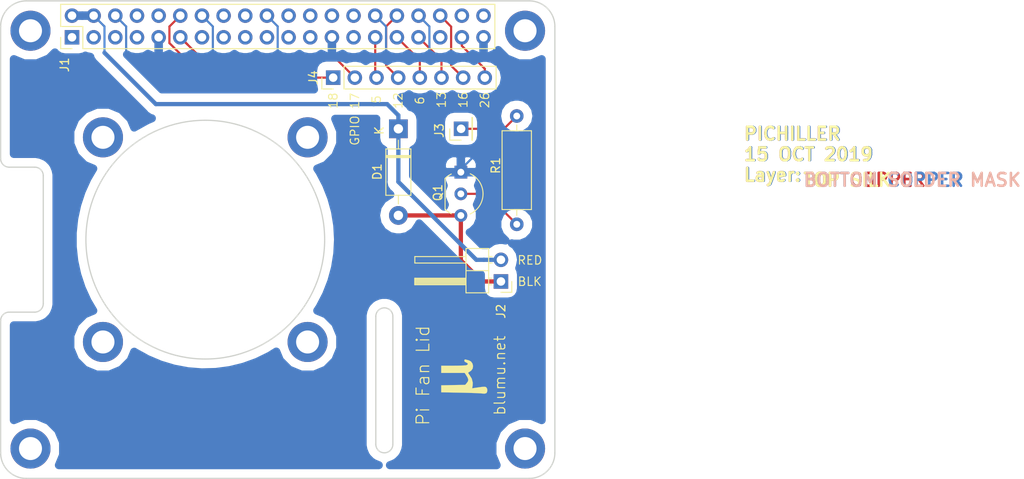
<source format=kicad_pcb>
(kicad_pcb (version 20171130) (host pcbnew "(5.0.2)-1")

  (general
    (thickness 1.6)
    (drawings 47)
    (tracks 97)
    (zones 0)
    (modules 16)
    (nets 36)
  )

  (page A4)
  (layers
    (0 F.Cu signal)
    (31 B.Cu signal)
    (32 B.Adhes user hide)
    (33 F.Adhes user hide)
    (34 B.Paste user hide)
    (35 F.Paste user hide)
    (36 B.SilkS user hide)
    (37 F.SilkS user)
    (38 B.Mask user)
    (39 F.Mask user)
    (40 Dwgs.User user hide)
    (41 Cmts.User user hide)
    (42 Eco1.User user hide)
    (43 Eco2.User user hide)
    (44 Edge.Cuts user)
    (45 Margin user hide)
    (46 B.CrtYd user hide)
    (47 F.CrtYd user hide)
    (48 B.Fab user hide)
    (49 F.Fab user hide)
  )

  (setup
    (last_trace_width 0.25)
    (trace_clearance 0.2)
    (zone_clearance 1)
    (zone_45_only no)
    (trace_min 0.2)
    (segment_width 0.2)
    (edge_width 0.15)
    (via_size 0.8)
    (via_drill 0.4)
    (via_min_size 0.4)
    (via_min_drill 0.3)
    (uvia_size 0.3)
    (uvia_drill 0.1)
    (uvias_allowed no)
    (uvia_min_size 0.2)
    (uvia_min_drill 0.1)
    (pcb_text_width 0.3)
    (pcb_text_size 1.5 1.5)
    (mod_edge_width 0.15)
    (mod_text_size 1 1)
    (mod_text_width 0.15)
    (pad_size 1.7 1.7)
    (pad_drill 1)
    (pad_to_mask_clearance 0.051)
    (solder_mask_min_width 0.25)
    (aux_axis_origin 0 0)
    (visible_elements 7EFFFF7F)
    (pcbplotparams
      (layerselection 0x010e0_ffffffff)
      (usegerberextensions true)
      (usegerberattributes false)
      (usegerberadvancedattributes false)
      (creategerberjobfile false)
      (excludeedgelayer true)
      (linewidth 0.100000)
      (plotframeref false)
      (viasonmask false)
      (mode 1)
      (useauxorigin false)
      (hpglpennumber 1)
      (hpglpenspeed 20)
      (hpglpendiameter 15.000000)
      (psnegative false)
      (psa4output false)
      (plotreference true)
      (plotvalue false)
      (plotinvisibletext false)
      (padsonsilk false)
      (subtractmaskfromsilk false)
      (outputformat 1)
      (mirror false)
      (drillshape 0)
      (scaleselection 1)
      (outputdirectory ""))
  )

  (net 0 "")
  (net 1 5V)
  (net 2 "Net-(J1-Pad1)")
  (net 3 "Net-(J1-Pad3)")
  (net 4 "Net-(J1-Pad5)")
  (net 5 GND)
  (net 6 "Net-(J1-Pad7)")
  (net 7 "Net-(J1-Pad8)")
  (net 8 "Net-(J1-Pad10)")
  (net 9 "Net-(J1-Pad13)")
  (net 10 "Net-(J1-Pad15)")
  (net 11 "Net-(J1-Pad16)")
  (net 12 "Net-(J1-Pad17)")
  (net 13 "Net-(J1-Pad18)")
  (net 14 "Net-(J1-Pad19)")
  (net 15 "Net-(J1-Pad21)")
  (net 16 "Net-(J1-Pad22)")
  (net 17 "Net-(J1-Pad23)")
  (net 18 "Net-(J1-Pad24)")
  (net 19 "Net-(J1-Pad26)")
  (net 20 "Net-(J1-Pad27)")
  (net 21 "Net-(J1-Pad28)")
  (net 22 "Net-(J1-Pad35)")
  (net 23 "Net-(J1-Pad38)")
  (net 24 "Net-(J1-Pad40)")
  (net 25 "Net-(Q1-Pad2)")
  (net 26 "Net-(J3-Pad1)")
  (net 27 /PWM)
  (net 28 /GPIO5)
  (net 29 /GPIO6)
  (net 30 /GPIO12)
  (net 31 /GPIO13)
  (net 32 /GPIO16)
  (net 33 /GPIO26)
  (net 34 /GPIO17)
  (net 35 /GPIO18)

  (net_class Default "This is the default net class."
    (clearance 0.2)
    (trace_width 0.25)
    (via_dia 0.8)
    (via_drill 0.4)
    (uvia_dia 0.3)
    (uvia_drill 0.1)
    (add_net /GPIO12)
    (add_net /GPIO13)
    (add_net /GPIO16)
    (add_net /GPIO17)
    (add_net /GPIO18)
    (add_net /GPIO26)
    (add_net /GPIO5)
    (add_net /GPIO6)
    (add_net /PWM)
    (add_net 5V)
    (add_net GND)
    (add_net "Net-(J1-Pad1)")
    (add_net "Net-(J1-Pad10)")
    (add_net "Net-(J1-Pad13)")
    (add_net "Net-(J1-Pad15)")
    (add_net "Net-(J1-Pad16)")
    (add_net "Net-(J1-Pad17)")
    (add_net "Net-(J1-Pad18)")
    (add_net "Net-(J1-Pad19)")
    (add_net "Net-(J1-Pad21)")
    (add_net "Net-(J1-Pad22)")
    (add_net "Net-(J1-Pad23)")
    (add_net "Net-(J1-Pad24)")
    (add_net "Net-(J1-Pad26)")
    (add_net "Net-(J1-Pad27)")
    (add_net "Net-(J1-Pad28)")
    (add_net "Net-(J1-Pad3)")
    (add_net "Net-(J1-Pad35)")
    (add_net "Net-(J1-Pad38)")
    (add_net "Net-(J1-Pad40)")
    (add_net "Net-(J1-Pad5)")
    (add_net "Net-(J1-Pad7)")
    (add_net "Net-(J1-Pad8)")
    (add_net "Net-(J3-Pad1)")
    (add_net "Net-(Q1-Pad2)")
  )

  (net_class pwr ""
    (clearance 0.2)
    (trace_width 0.5)
    (via_dia 0.8)
    (via_drill 0.4)
    (uvia_dia 0.3)
    (uvia_drill 0.1)
  )

  (module Package_TO_SOT_THT:TO-92_Inline_Wide (layer F.Cu) (tedit 5A02FF81) (tstamp 5DA5F0CA)
    (at 53.97246 20.08886 270)
    (descr "TO-92 leads in-line, wide, drill 0.75mm (see NXP sot054_po.pdf)")
    (tags "to-92 sc-43 sc-43a sot54 PA33 transistor")
    (path /5D699255)
    (fp_text reference Q1 (at 2.39522 2.68986 270) (layer F.SilkS)
      (effects (font (size 1 1) (thickness 0.15)))
    )
    (fp_text value PN2222A (at 2.54 2.79 270) (layer F.Fab)
      (effects (font (size 1 1) (thickness 0.15)))
    )
    (fp_text user %R (at 2.54 -3.56 270) (layer F.Fab)
      (effects (font (size 1 1) (thickness 0.15)))
    )
    (fp_line (start 0.74 1.85) (end 4.34 1.85) (layer F.SilkS) (width 0.12))
    (fp_line (start 0.8 1.75) (end 4.3 1.75) (layer F.Fab) (width 0.1))
    (fp_line (start -1.01 -2.73) (end 6.09 -2.73) (layer F.CrtYd) (width 0.05))
    (fp_line (start -1.01 -2.73) (end -1.01 2.01) (layer F.CrtYd) (width 0.05))
    (fp_line (start 6.09 2.01) (end 6.09 -2.73) (layer F.CrtYd) (width 0.05))
    (fp_line (start 6.09 2.01) (end -1.01 2.01) (layer F.CrtYd) (width 0.05))
    (fp_arc (start 2.54 0) (end 0.74 1.85) (angle 20) (layer F.SilkS) (width 0.12))
    (fp_arc (start 2.54 0) (end 2.54 -2.6) (angle -65) (layer F.SilkS) (width 0.12))
    (fp_arc (start 2.54 0) (end 2.54 -2.6) (angle 65) (layer F.SilkS) (width 0.12))
    (fp_arc (start 2.54 0) (end 2.54 -2.48) (angle 135) (layer F.Fab) (width 0.1))
    (fp_arc (start 2.54 0) (end 2.54 -2.48) (angle -135) (layer F.Fab) (width 0.1))
    (fp_arc (start 2.54 0) (end 4.34 1.85) (angle -20) (layer F.SilkS) (width 0.12))
    (pad 2 thru_hole circle (at 2.54 0) (size 1.5 1.5) (drill 0.8) (layers *.Cu *.Mask)
      (net 25 "Net-(Q1-Pad2)"))
    (pad 3 thru_hole circle (at 5.08 0) (size 1.5 1.5) (drill 0.8) (layers *.Cu *.Mask)
      (net 27 /PWM))
    (pad 1 thru_hole rect (at 0 0) (size 1.5 1.5) (drill 0.8) (layers *.Cu *.Mask)
      (net 5 GND))
    (model ${KISYS3DMOD}/Package_TO_SOT_THT.3dshapes/TO-92_Inline_Wide.wrl
      (at (xyz 0 0 0))
      (scale (xyz 1 1 1))
      (rotate (xyz 0 0 0))
    )
  )

  (module MountingHole:MountingHole_2.7mm_M2.5_DIN965_Pad (layer F.Cu) (tedit 5DA4ED68) (tstamp 5DA4F425)
    (at 36 40)
    (descr "Mounting Hole 2.7mm, M2.5, DIN965")
    (tags "mounting hole 2.7mm m2.5 din965")
    (path /5D9C7C2A)
    (attr virtual)
    (fp_text reference H8 (at 0 -3.35) (layer F.SilkS) hide
      (effects (font (size 1 1) (thickness 0.15)))
    )
    (fp_text value MountingHole (at 0 3.35) (layer F.Fab)
      (effects (font (size 1 1) (thickness 0.15)))
    )
    (fp_circle (center 0 0) (end 2.6 0) (layer F.CrtYd) (width 0.05))
    (fp_circle (center 0 0) (end 2.35 0) (layer Cmts.User) (width 0.15))
    (fp_text user %R (at 0.3 0) (layer F.Fab)
      (effects (font (size 1 1) (thickness 0.15)))
    )
    (pad 1 thru_hole circle (at 0 0) (size 4.7 4.7) (drill 2.7) (layers *.Cu *.Mask))
  )

  (module MountingHole:MountingHole_2.7mm_M2.5_DIN965_Pad (layer F.Cu) (tedit 5DA4ED58) (tstamp 5DA4F41E)
    (at 12 40)
    (descr "Mounting Hole 2.7mm, M2.5, DIN965")
    (tags "mounting hole 2.7mm m2.5 din965")
    (path /5D9C7BCE)
    (attr virtual)
    (fp_text reference H7 (at 0 -3.35) (layer F.SilkS) hide
      (effects (font (size 1 1) (thickness 0.15)))
    )
    (fp_text value MountingHole (at 0 3.35) (layer F.Fab)
      (effects (font (size 1 1) (thickness 0.15)))
    )
    (fp_text user %R (at 0.3 0) (layer F.Fab)
      (effects (font (size 1 1) (thickness 0.15)))
    )
    (fp_circle (center 0 0) (end 2.35 0) (layer Cmts.User) (width 0.15))
    (fp_circle (center 0 0) (end 2.6 0) (layer F.CrtYd) (width 0.05))
    (pad 1 thru_hole circle (at 0 0) (size 4.7 4.7) (drill 2.7) (layers *.Cu *.Mask))
  )

  (module MountingHole:MountingHole_2.7mm_M2.5_DIN965_Pad (layer F.Cu) (tedit 5DA4ED61) (tstamp 5DA4F417)
    (at 36 16)
    (descr "Mounting Hole 2.7mm, M2.5, DIN965")
    (tags "mounting hole 2.7mm m2.5 din965")
    (path /5D9C7B7F)
    (attr virtual)
    (fp_text reference H6 (at 0 -3.35) (layer F.SilkS) hide
      (effects (font (size 1 1) (thickness 0.15)))
    )
    (fp_text value MountingHole (at 0 3.35) (layer F.Fab)
      (effects (font (size 1 1) (thickness 0.15)))
    )
    (fp_circle (center 0 0) (end 2.6 0) (layer F.CrtYd) (width 0.05))
    (fp_circle (center 0 0) (end 2.35 0) (layer Cmts.User) (width 0.15))
    (fp_text user %R (at 0.3 0) (layer F.Fab)
      (effects (font (size 1 1) (thickness 0.15)))
    )
    (pad 1 thru_hole circle (at 0 0) (size 4.7 4.7) (drill 2.7) (layers *.Cu *.Mask))
  )

  (module MountingHole:MountingHole_2.7mm_M2.5_DIN965_Pad (layer F.Cu) (tedit 5DA4ED2B) (tstamp 5DA4F410)
    (at 12 16)
    (descr "Mounting Hole 2.7mm, M2.5, DIN965")
    (tags "mounting hole 2.7mm m2.5 din965")
    (path /5D9C7B2B)
    (attr virtual)
    (fp_text reference H5 (at 0 -3.35) (layer F.SilkS) hide
      (effects (font (size 1 1) (thickness 0.15)))
    )
    (fp_text value MountingHole (at 0 3.35) (layer F.Fab)
      (effects (font (size 1 1) (thickness 0.15)))
    )
    (fp_text user %R (at 0.3 0) (layer F.Fab)
      (effects (font (size 1 1) (thickness 0.15)))
    )
    (fp_circle (center 0 0) (end 2.35 0) (layer Cmts.User) (width 0.15))
    (fp_circle (center 0 0) (end 2.6 0) (layer F.CrtYd) (width 0.05))
    (pad 1 thru_hole circle (at 0 0) (size 4.7 4.7) (drill 2.7) (layers *.Cu *.Mask))
  )

  (module MountingHole:MountingHole_2.7mm_M2.5_DIN965_Pad (layer F.Cu) (tedit 5DA4ED6F) (tstamp 5DA4F409)
    (at 61.5 52.5)
    (descr "Mounting Hole 2.7mm, M2.5, DIN965")
    (tags "mounting hole 2.7mm m2.5 din965")
    (path /5D9C7AB9)
    (attr virtual)
    (fp_text reference H4 (at 0 -3.35) (layer F.SilkS) hide
      (effects (font (size 1 1) (thickness 0.15)))
    )
    (fp_text value MountingHole (at 0 3.35) (layer F.Fab)
      (effects (font (size 1 1) (thickness 0.15)))
    )
    (fp_circle (center 0 0) (end 2.6 0) (layer F.CrtYd) (width 0.05))
    (fp_circle (center 0 0) (end 2.35 0) (layer Cmts.User) (width 0.15))
    (fp_text user %R (at 0.3 0) (layer F.Fab)
      (effects (font (size 1 1) (thickness 0.15)))
    )
    (pad 1 thru_hole circle (at 0 0) (size 4.7 4.7) (drill 2.7) (layers *.Cu *.Mask))
  )

  (module MountingHole:MountingHole_2.7mm_M2.5_DIN965_Pad (layer F.Cu) (tedit 5DA4ED4D) (tstamp 5DA4F402)
    (at 3.5 52.5)
    (descr "Mounting Hole 2.7mm, M2.5, DIN965")
    (tags "mounting hole 2.7mm m2.5 din965")
    (path /5D9C7A63)
    (attr virtual)
    (fp_text reference H3 (at 0 -3.35) (layer F.SilkS) hide
      (effects (font (size 1 1) (thickness 0.15)))
    )
    (fp_text value MountingHole (at 0 3.35) (layer F.Fab)
      (effects (font (size 1 1) (thickness 0.15)))
    )
    (fp_text user %R (at 0.3 0) (layer F.Fab)
      (effects (font (size 1 1) (thickness 0.15)))
    )
    (fp_circle (center 0 0) (end 2.35 0) (layer Cmts.User) (width 0.15))
    (fp_circle (center 0 0) (end 2.6 0) (layer F.CrtYd) (width 0.05))
    (pad 1 thru_hole circle (at 0 0) (size 4.7 4.7) (drill 2.7) (layers *.Cu *.Mask))
  )

  (module MountingHole:MountingHole_2.7mm_M2.5_DIN965_Pad (layer F.Cu) (tedit 5DA4ED78) (tstamp 5DA4F3FB)
    (at 61.5 3.5)
    (descr "Mounting Hole 2.7mm, M2.5, DIN965")
    (tags "mounting hole 2.7mm m2.5 din965")
    (path /5D9C7A06)
    (attr virtual)
    (fp_text reference H2 (at 0 -3.35) (layer F.SilkS) hide
      (effects (font (size 1 1) (thickness 0.15)))
    )
    (fp_text value MountingHole (at 0 3.35) (layer F.Fab)
      (effects (font (size 1 1) (thickness 0.15)))
    )
    (fp_circle (center 0 0) (end 2.6 0) (layer F.CrtYd) (width 0.05))
    (fp_circle (center 0 0) (end 2.35 0) (layer Cmts.User) (width 0.15))
    (fp_text user %R (at 0.3 0) (layer F.Fab)
      (effects (font (size 1 1) (thickness 0.15)))
    )
    (pad 1 thru_hole circle (at 0 0) (size 4.7 4.7) (drill 2.7) (layers *.Cu *.Mask))
  )

  (module MountingHole:MountingHole_2.7mm_M2.5_DIN965_Pad (layer F.Cu) (tedit 5DA4ED42) (tstamp 5DA4F3F4)
    (at 3.5 3.5)
    (descr "Mounting Hole 2.7mm, M2.5, DIN965")
    (tags "mounting hole 2.7mm m2.5 din965")
    (path /5D9C7958)
    (attr virtual)
    (fp_text reference H1 (at 0 -3.35) (layer F.SilkS) hide
      (effects (font (size 1 1) (thickness 0.15)))
    )
    (fp_text value MountingHole (at 0 3.35) (layer F.Fab)
      (effects (font (size 1 1) (thickness 0.15)))
    )
    (fp_text user %R (at 0.3 0) (layer F.Fab)
      (effects (font (size 1 1) (thickness 0.15)))
    )
    (fp_circle (center 0 0) (end 2.35 0) (layer Cmts.User) (width 0.15))
    (fp_circle (center 0 0) (end 2.6 0) (layer F.CrtYd) (width 0.05))
    (pad 1 thru_hole circle (at 0 0) (size 4.7 4.7) (drill 2.7) (layers *.Cu *.Mask))
  )

  (module Connector_PinHeader_2.54mm:PinHeader_1x02_P2.54mm_Horizontal (layer F.Cu) (tedit 59FED5CB) (tstamp 5D9A04D5)
    (at 58.674 32.9057 180)
    (descr "Through hole angled pin header, 1x02, 2.54mm pitch, 6mm pin length, single row")
    (tags "Through hole angled pin header THT 1x02 2.54mm single row")
    (path /5D699371)
    (fp_text reference J2 (at 0 -3.5 270) (layer F.SilkS)
      (effects (font (size 1 1) (thickness 0.15)))
    )
    (fp_text value Conn_01x02 (at 4.385 4.81 180) (layer F.Fab)
      (effects (font (size 1 1) (thickness 0.15)))
    )
    (fp_line (start 2.135 -1.27) (end 4.04 -1.27) (layer F.Fab) (width 0.1))
    (fp_line (start 4.04 -1.27) (end 4.04 3.81) (layer F.Fab) (width 0.1))
    (fp_line (start 4.04 3.81) (end 1.5 3.81) (layer F.Fab) (width 0.1))
    (fp_line (start 1.5 3.81) (end 1.5 -0.635) (layer F.Fab) (width 0.1))
    (fp_line (start 1.5 -0.635) (end 2.135 -1.27) (layer F.Fab) (width 0.1))
    (fp_line (start -0.32 -0.32) (end 1.5 -0.32) (layer F.Fab) (width 0.1))
    (fp_line (start -0.32 -0.32) (end -0.32 0.32) (layer F.Fab) (width 0.1))
    (fp_line (start -0.32 0.32) (end 1.5 0.32) (layer F.Fab) (width 0.1))
    (fp_line (start 4.04 -0.32) (end 10.04 -0.32) (layer F.Fab) (width 0.1))
    (fp_line (start 10.04 -0.32) (end 10.04 0.32) (layer F.Fab) (width 0.1))
    (fp_line (start 4.04 0.32) (end 10.04 0.32) (layer F.Fab) (width 0.1))
    (fp_line (start -0.32 2.22) (end 1.5 2.22) (layer F.Fab) (width 0.1))
    (fp_line (start -0.32 2.22) (end -0.32 2.86) (layer F.Fab) (width 0.1))
    (fp_line (start -0.32 2.86) (end 1.5 2.86) (layer F.Fab) (width 0.1))
    (fp_line (start 4.04 2.22) (end 10.04 2.22) (layer F.Fab) (width 0.1))
    (fp_line (start 10.04 2.22) (end 10.04 2.86) (layer F.Fab) (width 0.1))
    (fp_line (start 4.04 2.86) (end 10.04 2.86) (layer F.Fab) (width 0.1))
    (fp_line (start 1.44 -1.33) (end 1.44 3.87) (layer F.SilkS) (width 0.12))
    (fp_line (start 1.44 3.87) (end 4.1 3.87) (layer F.SilkS) (width 0.12))
    (fp_line (start 4.1 3.87) (end 4.1 -1.33) (layer F.SilkS) (width 0.12))
    (fp_line (start 4.1 -1.33) (end 1.44 -1.33) (layer F.SilkS) (width 0.12))
    (fp_line (start 4.1 -0.38) (end 10.1 -0.38) (layer F.SilkS) (width 0.12))
    (fp_line (start 10.1 -0.38) (end 10.1 0.38) (layer F.SilkS) (width 0.12))
    (fp_line (start 10.1 0.38) (end 4.1 0.38) (layer F.SilkS) (width 0.12))
    (fp_line (start 4.1 -0.32) (end 10.1 -0.32) (layer F.SilkS) (width 0.12))
    (fp_line (start 4.1 -0.2) (end 10.1 -0.2) (layer F.SilkS) (width 0.12))
    (fp_line (start 4.1 -0.08) (end 10.1 -0.08) (layer F.SilkS) (width 0.12))
    (fp_line (start 4.1 0.04) (end 10.1 0.04) (layer F.SilkS) (width 0.12))
    (fp_line (start 4.1 0.16) (end 10.1 0.16) (layer F.SilkS) (width 0.12))
    (fp_line (start 4.1 0.28) (end 10.1 0.28) (layer F.SilkS) (width 0.12))
    (fp_line (start 1.11 -0.38) (end 1.44 -0.38) (layer F.SilkS) (width 0.12))
    (fp_line (start 1.11 0.38) (end 1.44 0.38) (layer F.SilkS) (width 0.12))
    (fp_line (start 1.44 1.27) (end 4.1 1.27) (layer F.SilkS) (width 0.12))
    (fp_line (start 4.1 2.16) (end 10.1 2.16) (layer F.SilkS) (width 0.12))
    (fp_line (start 10.1 2.16) (end 10.1 2.92) (layer F.SilkS) (width 0.12))
    (fp_line (start 10.1 2.92) (end 4.1 2.92) (layer F.SilkS) (width 0.12))
    (fp_line (start 1.042929 2.16) (end 1.44 2.16) (layer F.SilkS) (width 0.12))
    (fp_line (start 1.042929 2.92) (end 1.44 2.92) (layer F.SilkS) (width 0.12))
    (fp_line (start -1.27 0) (end -1.27 -1.27) (layer F.SilkS) (width 0.12))
    (fp_line (start -1.27 -1.27) (end 0 -1.27) (layer F.SilkS) (width 0.12))
    (fp_line (start -1.8 -1.8) (end -1.8 4.35) (layer F.CrtYd) (width 0.05))
    (fp_line (start -1.8 4.35) (end 10.55 4.35) (layer F.CrtYd) (width 0.05))
    (fp_line (start 10.55 4.35) (end 10.55 -1.8) (layer F.CrtYd) (width 0.05))
    (fp_line (start 10.55 -1.8) (end -1.8 -1.8) (layer F.CrtYd) (width 0.05))
    (fp_text user %R (at 2.77 1.27 270) (layer F.Fab)
      (effects (font (size 1 1) (thickness 0.15)))
    )
    (pad 1 thru_hole rect (at 0 0 180) (size 1.7 1.7) (drill 1) (layers *.Cu *.Mask)
      (net 27 /PWM))
    (pad 2 thru_hole oval (at 0 2.54 180) (size 1.7 1.7) (drill 1) (layers *.Cu *.Mask)
      (net 1 5V))
    (model ${KISYS3DMOD}/Connector_PinHeader_2.54mm.3dshapes/PinHeader_1x02_P2.54mm_Horizontal.wrl
      (at (xyz 0 0 0))
      (scale (xyz 1 1 1))
      (rotate (xyz 0 0 0))
    )
  )

  (module Connector_PinHeader_2.54mm:PinHeader_1x08_P2.54mm_Vertical (layer F.Cu) (tedit 5DA51EE9) (tstamp 5D99FC6B)
    (at 39 9 90)
    (descr "Through hole straight pin header, 1x08, 2.54mm pitch, single row")
    (tags "Through hole pin header THT 1x08 2.54mm single row")
    (path /5D993697)
    (fp_text reference J4 (at 0 -2.33 90) (layer F.SilkS)
      (effects (font (size 1 1) (thickness 0.15)))
    )
    (fp_text value Conn_01x08 (at 0 20.11 90) (layer F.Fab)
      (effects (font (size 1 1) (thickness 0.15)))
    )
    (fp_line (start -0.635 -1.27) (end 1.27 -1.27) (layer F.Fab) (width 0.1))
    (fp_line (start 1.27 -1.27) (end 1.27 19.05) (layer F.Fab) (width 0.1))
    (fp_line (start 1.27 19.05) (end -1.27 19.05) (layer F.Fab) (width 0.1))
    (fp_line (start -1.27 19.05) (end -1.27 -0.635) (layer F.Fab) (width 0.1))
    (fp_line (start -1.27 -0.635) (end -0.635 -1.27) (layer F.Fab) (width 0.1))
    (fp_line (start -1.33 19.11) (end 1.33 19.11) (layer F.SilkS) (width 0.12))
    (fp_line (start -1.33 1.27) (end -1.33 19.11) (layer F.SilkS) (width 0.12))
    (fp_line (start 1.33 1.27) (end 1.33 19.11) (layer F.SilkS) (width 0.12))
    (fp_line (start -1.33 1.27) (end 1.33 1.27) (layer F.SilkS) (width 0.12))
    (fp_line (start -1.33 0) (end -1.33 -1.33) (layer F.SilkS) (width 0.12))
    (fp_line (start -1.33 -1.33) (end 0 -1.33) (layer F.SilkS) (width 0.12))
    (fp_line (start -1.8 -1.8) (end -1.8 19.55) (layer F.CrtYd) (width 0.05))
    (fp_line (start -1.8 19.55) (end 1.8 19.55) (layer F.CrtYd) (width 0.05))
    (fp_line (start 1.8 19.55) (end 1.8 -1.8) (layer F.CrtYd) (width 0.05))
    (fp_line (start 1.8 -1.8) (end -1.8 -1.8) (layer F.CrtYd) (width 0.05))
    (fp_text user %R (at 0 8.89 180) (layer F.Fab)
      (effects (font (size 1 1) (thickness 0.15)))
    )
    (pad 1 thru_hole rect (at 0 0 90) (size 1.7 1.7) (drill 1) (layers *.Cu *.Mask)
      (net 35 /GPIO18))
    (pad 2 thru_hole oval (at 0 2.54 90) (size 1.7 1.7) (drill 1) (layers *.Cu *.Mask)
      (net 34 /GPIO17))
    (pad 3 thru_hole oval (at 0 5.08 90) (size 1.7 1.7) (drill 1) (layers *.Cu *.Mask)
      (net 28 /GPIO5))
    (pad 4 thru_hole oval (at 0 7.62 90) (size 1.7 1.7) (drill 1) (layers *.Cu *.Mask)
      (net 30 /GPIO12))
    (pad 5 thru_hole oval (at 0 10.16 90) (size 1.7 1.7) (drill 1) (layers *.Cu *.Mask)
      (net 29 /GPIO6))
    (pad 6 thru_hole oval (at 0 12.7 90) (size 1.7 1.7) (drill 1) (layers *.Cu *.Mask)
      (net 31 /GPIO13))
    (pad 7 thru_hole oval (at 0 15.24 90) (size 1.7 1.7) (drill 1) (layers *.Cu *.Mask)
      (net 32 /GPIO16))
    (pad 8 thru_hole oval (at 0 17.78 90) (size 1.7 1.7) (drill 1) (layers *.Cu *.Mask)
      (net 33 /GPIO26))
    (model ${KISYS3DMOD}/Connector_PinHeader_2.54mm.3dshapes/PinHeader_1x08_P2.54mm_Vertical.wrl
      (at (xyz 0 0 0))
      (scale (xyz 1 1 1))
      (rotate (xyz 0 0 0))
    )
  )

  (module Connector_PinHeader_2.54mm:PinHeader_1x01_P2.54mm_Vertical (layer F.Cu) (tedit 59FED5CC) (tstamp 5D999524)
    (at 54 15 90)
    (descr "Through hole straight pin header, 1x01, 2.54mm pitch, single row")
    (tags "Through hole pin header THT 1x01 2.54mm single row")
    (path /5D76BE43)
    (fp_text reference J3 (at -0.20952 -2.55992 90) (layer F.SilkS)
      (effects (font (size 1 1) (thickness 0.15)))
    )
    (fp_text value Conn_01x01 (at 0 2.33 90) (layer F.Fab)
      (effects (font (size 1 1) (thickness 0.15)))
    )
    (fp_line (start -0.635 -1.27) (end 1.27 -1.27) (layer F.Fab) (width 0.1))
    (fp_line (start 1.27 -1.27) (end 1.27 1.27) (layer F.Fab) (width 0.1))
    (fp_line (start 1.27 1.27) (end -1.27 1.27) (layer F.Fab) (width 0.1))
    (fp_line (start -1.27 1.27) (end -1.27 -0.635) (layer F.Fab) (width 0.1))
    (fp_line (start -1.27 -0.635) (end -0.635 -1.27) (layer F.Fab) (width 0.1))
    (fp_line (start -1.33 1.33) (end 1.33 1.33) (layer F.SilkS) (width 0.12))
    (fp_line (start -1.33 1.27) (end -1.33 1.33) (layer F.SilkS) (width 0.12))
    (fp_line (start 1.33 1.27) (end 1.33 1.33) (layer F.SilkS) (width 0.12))
    (fp_line (start -1.33 1.27) (end 1.33 1.27) (layer F.SilkS) (width 0.12))
    (fp_line (start -1.33 0) (end -1.33 -1.33) (layer F.SilkS) (width 0.12))
    (fp_line (start -1.33 -1.33) (end 0 -1.33) (layer F.SilkS) (width 0.12))
    (fp_line (start -1.8 -1.8) (end -1.8 1.8) (layer F.CrtYd) (width 0.05))
    (fp_line (start -1.8 1.8) (end 1.8 1.8) (layer F.CrtYd) (width 0.05))
    (fp_line (start 1.8 1.8) (end 1.8 -1.8) (layer F.CrtYd) (width 0.05))
    (fp_line (start 1.8 -1.8) (end -1.8 -1.8) (layer F.CrtYd) (width 0.05))
    (fp_text user %R (at 0 0 180) (layer F.Fab)
      (effects (font (size 1 1) (thickness 0.15)))
    )
    (pad 1 thru_hole rect (at 0 0 90) (size 1.7 1.7) (drill 1) (layers *.Cu *.Mask)
      (net 26 "Net-(J3-Pad1)"))
    (model ${KISYS3DMOD}/Connector_PinHeader_2.54mm.3dshapes/PinHeader_1x01_P2.54mm_Vertical.wrl
      (at (xyz 0 0 0))
      (scale (xyz 1 1 1))
      (rotate (xyz 0 0 0))
    )
  )

  (module Resistor_THT:R_Axial_DIN0309_L9.0mm_D3.2mm_P12.70mm_Horizontal (layer F.Cu) (tedit 5AE5139B) (tstamp 5D9993C7)
    (at 60.5282 26.2001 90)
    (descr "Resistor, Axial_DIN0309 series, Axial, Horizontal, pin pitch=12.7mm, 0.5W = 1/2W, length*diameter=9*3.2mm^2, http://cdn-reichelt.de/documents/datenblatt/B400/1_4W%23YAG.pdf")
    (tags "Resistor Axial_DIN0309 series Axial Horizontal pin pitch 12.7mm 0.5W = 1/2W length 9mm diameter 3.2mm")
    (path /5D961F21)
    (fp_text reference R1 (at 6.89102 -2.46634 90) (layer F.SilkS)
      (effects (font (size 1 1) (thickness 0.15)))
    )
    (fp_text value 1k (at 6.35 2.72 90) (layer F.Fab)
      (effects (font (size 1 1) (thickness 0.15)))
    )
    (fp_line (start 1.85 -1.6) (end 1.85 1.6) (layer F.Fab) (width 0.1))
    (fp_line (start 1.85 1.6) (end 10.85 1.6) (layer F.Fab) (width 0.1))
    (fp_line (start 10.85 1.6) (end 10.85 -1.6) (layer F.Fab) (width 0.1))
    (fp_line (start 10.85 -1.6) (end 1.85 -1.6) (layer F.Fab) (width 0.1))
    (fp_line (start 0 0) (end 1.85 0) (layer F.Fab) (width 0.1))
    (fp_line (start 12.7 0) (end 10.85 0) (layer F.Fab) (width 0.1))
    (fp_line (start 1.73 -1.72) (end 1.73 1.72) (layer F.SilkS) (width 0.12))
    (fp_line (start 1.73 1.72) (end 10.97 1.72) (layer F.SilkS) (width 0.12))
    (fp_line (start 10.97 1.72) (end 10.97 -1.72) (layer F.SilkS) (width 0.12))
    (fp_line (start 10.97 -1.72) (end 1.73 -1.72) (layer F.SilkS) (width 0.12))
    (fp_line (start 1.04 0) (end 1.73 0) (layer F.SilkS) (width 0.12))
    (fp_line (start 11.66 0) (end 10.97 0) (layer F.SilkS) (width 0.12))
    (fp_line (start -1.05 -1.85) (end -1.05 1.85) (layer F.CrtYd) (width 0.05))
    (fp_line (start -1.05 1.85) (end 13.75 1.85) (layer F.CrtYd) (width 0.05))
    (fp_line (start 13.75 1.85) (end 13.75 -1.85) (layer F.CrtYd) (width 0.05))
    (fp_line (start 13.75 -1.85) (end -1.05 -1.85) (layer F.CrtYd) (width 0.05))
    (fp_text user %R (at 6.35 0 90) (layer F.Fab)
      (effects (font (size 1 1) (thickness 0.15)))
    )
    (pad 1 thru_hole circle (at 0 0 90) (size 1.6 1.6) (drill 0.8) (layers *.Cu *.Mask)
      (net 25 "Net-(Q1-Pad2)"))
    (pad 2 thru_hole oval (at 12.7 0 90) (size 1.6 1.6) (drill 0.8) (layers *.Cu *.Mask)
      (net 26 "Net-(J3-Pad1)"))
    (model ${KISYS3DMOD}/Resistor_THT.3dshapes/R_Axial_DIN0309_L9.0mm_D3.2mm_P12.70mm_Horizontal.wrl
      (at (xyz 0 0 0))
      (scale (xyz 1 1 1))
      (rotate (xyz 0 0 0))
    )
  )

  (module Diode_THT:D_DO-41_SOD81_P10.16mm_Horizontal (layer F.Cu) (tedit 5AE50CD5) (tstamp 5D7646E3)
    (at 46.64456 14.9987 270)
    (descr "Diode, DO-41_SOD81 series, Axial, Horizontal, pin pitch=10.16mm, , length*diameter=5.2*2.7mm^2, , http://www.diodes.com/_files/packages/DO-41%20(Plastic).pdf")
    (tags "Diode DO-41_SOD81 series Axial Horizontal pin pitch 10.16mm  length 5.2mm diameter 2.7mm")
    (path /5D6992B4)
    (fp_text reference D1 (at 5.03936 2.47904 270) (layer F.SilkS)
      (effects (font (size 1 1) (thickness 0.15)))
    )
    (fp_text value 1N4001 (at 5.08 2.47 270) (layer F.Fab)
      (effects (font (size 1 1) (thickness 0.15)))
    )
    (fp_line (start 2.48 -1.35) (end 2.48 1.35) (layer F.Fab) (width 0.1))
    (fp_line (start 2.48 1.35) (end 7.68 1.35) (layer F.Fab) (width 0.1))
    (fp_line (start 7.68 1.35) (end 7.68 -1.35) (layer F.Fab) (width 0.1))
    (fp_line (start 7.68 -1.35) (end 2.48 -1.35) (layer F.Fab) (width 0.1))
    (fp_line (start 0 0) (end 2.48 0) (layer F.Fab) (width 0.1))
    (fp_line (start 10.16 0) (end 7.68 0) (layer F.Fab) (width 0.1))
    (fp_line (start 3.26 -1.35) (end 3.26 1.35) (layer F.Fab) (width 0.1))
    (fp_line (start 3.36 -1.35) (end 3.36 1.35) (layer F.Fab) (width 0.1))
    (fp_line (start 3.16 -1.35) (end 3.16 1.35) (layer F.Fab) (width 0.1))
    (fp_line (start 2.36 -1.47) (end 2.36 1.47) (layer F.SilkS) (width 0.12))
    (fp_line (start 2.36 1.47) (end 7.8 1.47) (layer F.SilkS) (width 0.12))
    (fp_line (start 7.8 1.47) (end 7.8 -1.47) (layer F.SilkS) (width 0.12))
    (fp_line (start 7.8 -1.47) (end 2.36 -1.47) (layer F.SilkS) (width 0.12))
    (fp_line (start 1.34 0) (end 2.36 0) (layer F.SilkS) (width 0.12))
    (fp_line (start 8.82 0) (end 7.8 0) (layer F.SilkS) (width 0.12))
    (fp_line (start 3.26 -1.47) (end 3.26 1.47) (layer F.SilkS) (width 0.12))
    (fp_line (start 3.38 -1.47) (end 3.38 1.47) (layer F.SilkS) (width 0.12))
    (fp_line (start 3.14 -1.47) (end 3.14 1.47) (layer F.SilkS) (width 0.12))
    (fp_line (start -1.35 -1.6) (end -1.35 1.6) (layer F.CrtYd) (width 0.05))
    (fp_line (start -1.35 1.6) (end 11.51 1.6) (layer F.CrtYd) (width 0.05))
    (fp_line (start 11.51 1.6) (end 11.51 -1.6) (layer F.CrtYd) (width 0.05))
    (fp_line (start 11.51 -1.6) (end -1.35 -1.6) (layer F.CrtYd) (width 0.05))
    (fp_text user %R (at 5.47 0 270) (layer F.Fab)
      (effects (font (size 1 1) (thickness 0.15)))
    )
    (fp_text user K (at 0 -2.1 270) (layer F.Fab)
      (effects (font (size 1 1) (thickness 0.15)))
    )
    (fp_text user K (at 0.21082 2.24282 270) (layer F.SilkS)
      (effects (font (size 1 1) (thickness 0.15)))
    )
    (pad 1 thru_hole rect (at 0 0 270) (size 2.2 2.2) (drill 1.1) (layers *.Cu *.Mask)
      (net 1 5V))
    (pad 2 thru_hole oval (at 10.16 0 270) (size 2.2 2.2) (drill 1.1) (layers *.Cu *.Mask)
      (net 27 /PWM))
    (model ${KISYS3DMOD}/Diode_THT.3dshapes/D_DO-41_SOD81_P10.16mm_Horizontal.wrl
      (at (xyz 0 0 0))
      (scale (xyz 1 1 1))
      (rotate (xyz 0 0 0))
    )
  )

  (module Connector_PinHeader_2.54mm:PinHeader_2x20_P2.54mm_Vertical (layer F.Cu) (tedit 59FED5CC) (tstamp 5D764721)
    (at 8.37 4.27 90)
    (descr "Through hole straight pin header, 2x20, 2.54mm pitch, double rows")
    (tags "Through hole pin header THT 2x20 2.54mm double row")
    (path /5D6991AD)
    (fp_text reference J1 (at -3.23 -0.87 90) (layer F.SilkS)
      (effects (font (size 1 1) (thickness 0.15)))
    )
    (fp_text value Conn_02x20_Odd_Even (at 1.27 50.59 90) (layer F.Fab)
      (effects (font (size 1 1) (thickness 0.15)))
    )
    (fp_line (start 0 -1.27) (end 3.81 -1.27) (layer F.Fab) (width 0.1))
    (fp_line (start 3.81 -1.27) (end 3.81 49.53) (layer F.Fab) (width 0.1))
    (fp_line (start 3.81 49.53) (end -1.27 49.53) (layer F.Fab) (width 0.1))
    (fp_line (start -1.27 49.53) (end -1.27 0) (layer F.Fab) (width 0.1))
    (fp_line (start -1.27 0) (end 0 -1.27) (layer F.Fab) (width 0.1))
    (fp_line (start -1.33 49.59) (end 3.87 49.59) (layer F.SilkS) (width 0.12))
    (fp_line (start -1.33 1.27) (end -1.33 49.59) (layer F.SilkS) (width 0.12))
    (fp_line (start 3.87 -1.33) (end 3.87 49.59) (layer F.SilkS) (width 0.12))
    (fp_line (start -1.33 1.27) (end 1.27 1.27) (layer F.SilkS) (width 0.12))
    (fp_line (start 1.27 1.27) (end 1.27 -1.33) (layer F.SilkS) (width 0.12))
    (fp_line (start 1.27 -1.33) (end 3.87 -1.33) (layer F.SilkS) (width 0.12))
    (fp_line (start -1.33 0) (end -1.33 -1.33) (layer F.SilkS) (width 0.12))
    (fp_line (start -1.33 -1.33) (end 0 -1.33) (layer F.SilkS) (width 0.12))
    (fp_line (start -1.8 -1.8) (end -1.8 50.05) (layer F.CrtYd) (width 0.05))
    (fp_line (start -1.8 50.05) (end 4.35 50.05) (layer F.CrtYd) (width 0.05))
    (fp_line (start 4.35 50.05) (end 4.35 -1.8) (layer F.CrtYd) (width 0.05))
    (fp_line (start 4.35 -1.8) (end -1.8 -1.8) (layer F.CrtYd) (width 0.05))
    (fp_text user %R (at 1.27 24.13 -180) (layer F.Fab)
      (effects (font (size 1 1) (thickness 0.15)))
    )
    (pad 1 thru_hole rect (at 0 0 90) (size 1.7 1.7) (drill 1) (layers *.Cu *.Mask)
      (net 2 "Net-(J1-Pad1)"))
    (pad 2 thru_hole oval (at 2.54 0 90) (size 1.7 1.7) (drill 1) (layers *.Cu *.Mask)
      (net 1 5V))
    (pad 3 thru_hole oval (at 0 2.54 90) (size 1.7 1.7) (drill 1) (layers *.Cu *.Mask)
      (net 3 "Net-(J1-Pad3)"))
    (pad 4 thru_hole oval (at 2.54 2.54 90) (size 1.7 1.7) (drill 1) (layers *.Cu *.Mask)
      (net 1 5V))
    (pad 5 thru_hole oval (at 0 5.08 90) (size 1.7 1.7) (drill 1) (layers *.Cu *.Mask)
      (net 4 "Net-(J1-Pad5)"))
    (pad 6 thru_hole oval (at 2.54 5.08 90) (size 1.7 1.7) (drill 1) (layers *.Cu *.Mask)
      (net 5 GND))
    (pad 7 thru_hole oval (at 0 7.62 90) (size 1.7 1.7) (drill 1) (layers *.Cu *.Mask)
      (net 6 "Net-(J1-Pad7)"))
    (pad 8 thru_hole oval (at 2.54 7.62 90) (size 1.7 1.7) (drill 1) (layers *.Cu *.Mask)
      (net 7 "Net-(J1-Pad8)"))
    (pad 9 thru_hole oval (at 0 10.16 90) (size 1.7 1.7) (drill 1) (layers *.Cu *.Mask)
      (net 5 GND))
    (pad 10 thru_hole oval (at 2.54 10.16 90) (size 1.7 1.7) (drill 1) (layers *.Cu *.Mask)
      (net 8 "Net-(J1-Pad10)"))
    (pad 11 thru_hole oval (at 0 12.7 90) (size 1.7 1.7) (drill 1) (layers *.Cu *.Mask)
      (net 34 /GPIO17))
    (pad 12 thru_hole oval (at 2.54 12.7 90) (size 1.7 1.7) (drill 1) (layers *.Cu *.Mask)
      (net 35 /GPIO18))
    (pad 13 thru_hole oval (at 0 15.24 90) (size 1.7 1.7) (drill 1) (layers *.Cu *.Mask)
      (net 9 "Net-(J1-Pad13)"))
    (pad 14 thru_hole oval (at 2.54 15.24 90) (size 1.7 1.7) (drill 1) (layers *.Cu *.Mask)
      (net 5 GND))
    (pad 15 thru_hole oval (at 0 17.78 90) (size 1.7 1.7) (drill 1) (layers *.Cu *.Mask)
      (net 10 "Net-(J1-Pad15)"))
    (pad 16 thru_hole oval (at 2.54 17.78 90) (size 1.7 1.7) (drill 1) (layers *.Cu *.Mask)
      (net 11 "Net-(J1-Pad16)"))
    (pad 17 thru_hole oval (at 0 20.32 90) (size 1.7 1.7) (drill 1) (layers *.Cu *.Mask)
      (net 12 "Net-(J1-Pad17)"))
    (pad 18 thru_hole oval (at 2.54 20.32 90) (size 1.7 1.7) (drill 1) (layers *.Cu *.Mask)
      (net 13 "Net-(J1-Pad18)"))
    (pad 19 thru_hole oval (at 0 22.86 90) (size 1.7 1.7) (drill 1) (layers *.Cu *.Mask)
      (net 14 "Net-(J1-Pad19)"))
    (pad 20 thru_hole oval (at 2.54 22.86 90) (size 1.7 1.7) (drill 1) (layers *.Cu *.Mask)
      (net 5 GND))
    (pad 21 thru_hole oval (at 0 25.4 90) (size 1.7 1.7) (drill 1) (layers *.Cu *.Mask)
      (net 15 "Net-(J1-Pad21)"))
    (pad 22 thru_hole oval (at 2.54 25.4 90) (size 1.7 1.7) (drill 1) (layers *.Cu *.Mask)
      (net 16 "Net-(J1-Pad22)"))
    (pad 23 thru_hole oval (at 0 27.94 90) (size 1.7 1.7) (drill 1) (layers *.Cu *.Mask)
      (net 17 "Net-(J1-Pad23)"))
    (pad 24 thru_hole oval (at 2.54 27.94 90) (size 1.7 1.7) (drill 1) (layers *.Cu *.Mask)
      (net 18 "Net-(J1-Pad24)"))
    (pad 25 thru_hole oval (at 0 30.48 90) (size 1.7 1.7) (drill 1) (layers *.Cu *.Mask)
      (net 5 GND))
    (pad 26 thru_hole oval (at 2.54 30.48 90) (size 1.7 1.7) (drill 1) (layers *.Cu *.Mask)
      (net 19 "Net-(J1-Pad26)"))
    (pad 27 thru_hole oval (at 0 33.02 90) (size 1.7 1.7) (drill 1) (layers *.Cu *.Mask)
      (net 20 "Net-(J1-Pad27)"))
    (pad 28 thru_hole oval (at 2.54 33.02 90) (size 1.7 1.7) (drill 1) (layers *.Cu *.Mask)
      (net 21 "Net-(J1-Pad28)"))
    (pad 29 thru_hole oval (at 0 35.56 90) (size 1.7 1.7) (drill 1) (layers *.Cu *.Mask)
      (net 28 /GPIO5))
    (pad 30 thru_hole oval (at 2.54 35.56 90) (size 1.7 1.7) (drill 1) (layers *.Cu *.Mask)
      (net 5 GND))
    (pad 31 thru_hole oval (at 0 38.1 90) (size 1.7 1.7) (drill 1) (layers *.Cu *.Mask)
      (net 29 /GPIO6))
    (pad 32 thru_hole oval (at 2.54 38.1 90) (size 1.7 1.7) (drill 1) (layers *.Cu *.Mask)
      (net 30 /GPIO12))
    (pad 33 thru_hole oval (at 0 40.64 90) (size 1.7 1.7) (drill 1) (layers *.Cu *.Mask)
      (net 31 /GPIO13))
    (pad 34 thru_hole oval (at 2.54 40.64 90) (size 1.7 1.7) (drill 1) (layers *.Cu *.Mask)
      (net 5 GND))
    (pad 35 thru_hole oval (at 0 43.18 90) (size 1.7 1.7) (drill 1) (layers *.Cu *.Mask)
      (net 22 "Net-(J1-Pad35)"))
    (pad 36 thru_hole oval (at 2.54 43.18 90) (size 1.7 1.7) (drill 1) (layers *.Cu *.Mask)
      (net 32 /GPIO16))
    (pad 37 thru_hole oval (at 0 45.72 90) (size 1.7 1.7) (drill 1) (layers *.Cu *.Mask)
      (net 33 /GPIO26))
    (pad 38 thru_hole oval (at 2.54 45.72 90) (size 1.7 1.7) (drill 1) (layers *.Cu *.Mask)
      (net 23 "Net-(J1-Pad38)"))
    (pad 39 thru_hole oval (at 0 48.26 90) (size 1.7 1.7) (drill 1) (layers *.Cu *.Mask)
      (net 5 GND))
    (pad 40 thru_hole oval (at 2.54 48.26 90) (size 1.7 1.7) (drill 1) (layers *.Cu *.Mask)
      (net 24 "Net-(J1-Pad40)"))
    (model ${KISYS3DMOD}/Connector_PinHeader_2.54mm.3dshapes/PinHeader_2x20_P2.54mm_Vertical.wrl
      (at (xyz 0 0 0))
      (scale (xyz 1 1 1))
      (rotate (xyz 0 0 0))
    )
  )

  (module kicad:mu (layer F.Cu) (tedit 0) (tstamp 5DA5F7EC)
    (at 54.12486 44.05376 90)
    (fp_text reference G*** (at 0 0 90) (layer F.SilkS) hide
      (effects (font (size 1.524 1.524) (thickness 0.3)))
    )
    (fp_text value LOGO (at 0.75 0 90) (layer F.SilkS) hide
      (effects (font (size 1.524 1.524) (thickness 0.3)))
    )
    (fp_poly (pts (xy -0.973666 0.353717) (xy -0.732539 0.560932) (xy -0.535002 0.691594) (xy -0.338563 0.715283)
      (xy -0.099416 0.627882) (xy 0.147588 0.478193) (xy 0.422176 0.296334) (xy 0.422755 -1.0795)
      (xy 0.423334 -2.455333) (xy 1.27 -2.455333) (xy 1.271156 -1.0795) (xy 1.274609 -0.6001)
      (xy 1.283393 -0.168882) (xy 1.29639 0.180607) (xy 1.312483 0.41482) (xy 1.323364 0.486834)
      (xy 1.414021 0.64739) (xy 1.530087 0.65582) (xy 1.628701 0.514957) (xy 1.643435 0.465667)
      (xy 1.748374 0.290062) (xy 1.869985 0.254) (xy 1.997733 0.29303) (xy 1.999393 0.402167)
      (xy 1.946355 0.596891) (xy 1.899347 0.785142) (xy 1.761666 1.041925) (xy 1.523718 1.210492)
      (xy 1.235405 1.279755) (xy 0.946626 1.238625) (xy 0.707281 1.076011) (xy 0.689118 1.054085)
      (xy 0.559769 0.872799) (xy 0.486085 0.738583) (xy 0.485877 0.737964) (xy 0.406635 0.717132)
      (xy 0.236546 0.82095) (xy 0.186055 0.861937) (xy -0.244315 1.128227) (xy -0.710421 1.24588)
      (xy -1.036214 1.234255) (xy -1.377725 1.179645) (xy -1.323212 1.542323) (xy -1.254962 2.010775)
      (xy -1.213859 2.341328) (xy -1.198679 2.563026) (xy -1.208198 2.70491) (xy -1.241193 2.79602)
      (xy -1.268752 2.83483) (xy -1.448542 2.938501) (xy -1.686168 2.954874) (xy -1.895484 2.883554)
      (xy -1.946011 2.837926) (xy -2.01094 2.632462) (xy -1.991326 2.351093) (xy -1.973843 2.168928)
      (xy -1.955263 1.844623) (xy -1.936627 1.405355) (xy -1.918975 0.878303) (xy -1.903346 0.290647)
      (xy -1.892489 -0.232833) (xy -1.852415 -2.455333) (xy -1.027396 -2.455333) (xy -0.973666 0.353717)) (layer F.SilkS) (width 0.01))
  )

  (gr_text "BOTTOM SOLDER MASK" (at 94 21) (layer B.Mask) (tstamp 5DB1B0D6)
    (effects (font (size 1.5 1.5) (thickness 0.3)) (justify left))
  )
  (gr_text "PICHILLER\n15 OCT 2019\nLayer:" (at 87 18) (layer Margin) (tstamp 5DB1AFD6)
    (effects (font (size 1.5 1.5) (thickness 0.3)) (justify left))
  )
  (gr_text "TOP COPPER" (at 94 21) (layer F.Cu) (tstamp 5DB1AFA7)
    (effects (font (size 1.5 1.5) (thickness 0.3)) (justify left))
  )
  (gr_text "BOTTOM COPPER" (at 94 21) (layer B.Cu) (tstamp 5DB1AFA7)
    (effects (font (size 1.5 1.5) (thickness 0.3)) (justify left))
  )
  (gr_text "TOP SILK" (at 94 21) (layer F.SilkS) (tstamp 5DB1AFA7)
    (effects (font (size 1.5 1.5) (thickness 0.3)) (justify left))
  )
  (gr_text "TOP SOLDER MASK" (at 94 21) (layer F.Mask) (tstamp 5DB1AFA7)
    (effects (font (size 1.5 1.5) (thickness 0.3)) (justify left))
  )
  (gr_text "BOTTOM SOLDER MASK" (at 94 21) (layer B.SilkS) (tstamp 5DB1AFA7)
    (effects (font (size 1.5 1.5) (thickness 0.3)) (justify left))
  )
  (gr_text "BOARD OUTLINE" (at 94 21) (layer Margin) (tstamp 5DB1AFA7)
    (effects (font (size 1.5 1.5) (thickness 0.3)) (justify left))
  )
  (gr_text "PICHILLER\n15 OCT 2019\nLayer:" (at 87 18) (layer F.SilkS) (tstamp 5DB1AF5F)
    (effects (font (size 1.5 1.5) (thickness 0.3)) (justify left))
  )
  (gr_text "PICHILLER\n15 OCT 2019\nLayer:" (at 87 18) (layer F.Mask) (tstamp 5DB1AF5F)
    (effects (font (size 1.5 1.5) (thickness 0.3)) (justify left))
  )
  (gr_text "PICHILLER\n15 OCT 2019\nLayer:" (at 87.10422 18) (layer B.Mask) (tstamp 5DB1AF5F)
    (effects (font (size 1.5 1.5) (thickness 0.3)) (justify left))
  )
  (gr_text "PICHILLER\n15 OCT 2019\nLayer:" (at 87 18) (layer Dwgs.User) (tstamp 5DB1AF5F)
    (effects (font (size 1.5 1.5) (thickness 0.3)) (justify left))
  )
  (gr_text "PICHILLER\n15 OCT 2019\nLayer:" (at 87.08136 18) (layer B.Cu) (tstamp 5DB1AF5F)
    (effects (font (size 1.5 1.5) (thickness 0.3)) (justify left))
  )
  (gr_text "PICHILLER\n15 OCT 2019\nLayer:" (at 87 18) (layer F.Cu)
    (effects (font (size 1.5 1.5) (thickness 0.3)) (justify left))
  )
  (gr_text "Pi Fan Lid" (at 49.52746 43.93184 90) (layer F.SilkS)
    (effects (font (size 1.5 1.5) (thickness 0.127)))
  )
  (gr_text blumu.net (at 58.54192 43.93184 90) (layer F.SilkS)
    (effects (font (size 1.27 1.27) (thickness 0.127)))
  )
  (gr_text BLK (at 62.04966 32.9184) (layer F.SilkS)
    (effects (font (size 1 1) (thickness 0.127)))
  )
  (gr_text RED (at 62.06744 30.41396) (layer F.SilkS)
    (effects (font (size 1 1) (thickness 0.127)))
  )
  (gr_text 26 (at 56.78 11.6332 90) (layer F.SilkS) (tstamp 5DA4F640)
    (effects (font (size 1 1) (thickness 0.127)))
  )
  (gr_text 16 (at 54.24 11.60526 90) (layer F.SilkS) (tstamp 5DA4F640)
    (effects (font (size 1 1) (thickness 0.127)))
  )
  (gr_text 13 (at 51.7 11.60526 90) (layer F.SilkS) (tstamp 5DA4F640)
    (effects (font (size 1 1) (thickness 0.127)))
  )
  (gr_text 6 (at 49.16 11.68654 90) (layer F.SilkS) (tstamp 5DA4F640)
    (effects (font (size 1 1) (thickness 0.127)))
  )
  (gr_text 12 (at 46.62 11.68908 90) (layer F.SilkS) (tstamp 5DA4F640)
    (effects (font (size 1 1) (thickness 0.127)))
  )
  (gr_text 5 (at 44.08 11.55446 90) (layer F.SilkS) (tstamp 5DA4F640)
    (effects (font (size 1 1) (thickness 0.127)))
  )
  (gr_text "GPIO 17" (at 41.54 13.87602 90) (layer F.SilkS)
    (effects (font (size 1 1) (thickness 0.127)))
  )
  (gr_text 18 (at 39 11.70686 90) (layer F.SilkS)
    (effects (font (size 1 1) (thickness 0.127)))
  )
  (gr_arc (start 45 52) (end 44 52) (angle -180) (layer Edge.Cuts) (width 0.15))
  (gr_arc (start 45 37) (end 46 37) (angle -180) (layer Edge.Cuts) (width 0.15))
  (gr_line (start 46 37) (end 46 52) (layer Edge.Cuts) (width 0.15))
  (gr_line (start 44 52) (end 44 37) (layer Edge.Cuts) (width 0.15))
  (gr_arc (start 4 35.5) (end 4 36.5) (angle -90) (layer Edge.Cuts) (width 0.15) (tstamp 5D766627))
  (gr_arc (start 1 37.5) (end 1 36.5) (angle -90) (layer Edge.Cuts) (width 0.15) (tstamp 5D766627))
  (gr_arc (start 4 20.5) (end 5 20.5) (angle -90) (layer Edge.Cuts) (width 0.15) (tstamp 5D766627))
  (gr_arc (start 1 18.5) (end 0 18.5) (angle -90) (layer Edge.Cuts) (width 0.15))
  (gr_line (start 1 36.5) (end 4 36.5) (layer Edge.Cuts) (width 0.15))
  (gr_line (start 5 20.5) (end 5 35.5) (layer Edge.Cuts) (width 0.15))
  (gr_line (start 1 19.5) (end 4 19.5) (layer Edge.Cuts) (width 0.15))
  (gr_line (start 0 3) (end 0 18.5) (layer Edge.Cuts) (width 0.15))
  (gr_circle (center 24 28) (end 10 28) (layer Edge.Cuts) (width 0.15))
  (gr_arc (start 62 3) (end 65 3) (angle -90) (layer Edge.Cuts) (width 0.15) (tstamp 5D764B80))
  (gr_arc (start 3 3) (end 3 0) (angle -90) (layer Edge.Cuts) (width 0.15) (tstamp 5D764B80))
  (gr_arc (start 62 53) (end 62 56) (angle -90) (layer Edge.Cuts) (width 0.15) (tstamp 5D764B80))
  (gr_arc (start 3 53) (end 0 53) (angle -90) (layer Edge.Cuts) (width 0.15) (tstamp 5D764B6B))
  (gr_line (start 3 0) (end 62 0) (layer Edge.Cuts) (width 0.15))
  (gr_line (start 0 53) (end 0 37.5) (layer Edge.Cuts) (width 0.15))
  (gr_line (start 62 56) (end 3 56) (layer Edge.Cuts) (width 0.15))
  (gr_line (start 65 3) (end 65 53) (layer Edge.Cuts) (width 0.15))

  (segment (start 12.085001 2.905001) (end 10.91 1.73) (width 0.25) (layer B.Cu) (net 1))
  (segment (start 43.7531 12.1031) (end 18.1991 12.1031) (width 0.5) (layer B.Cu) (net 1))
  (segment (start 18.1991 12.1031) (end 12.1793 6.0833) (width 0.5) (layer B.Cu) (net 1))
  (segment (start 12.1793 6.0833) (end 12.1793 2.9993) (width 0.25) (layer B.Cu) (net 1))
  (segment (start 12.1793 2.9993) (end 12.085001 2.905001) (width 0.25) (layer B.Cu) (net 1))
  (segment (start 9.572081 1.73) (end 10.91 1.73) (width 1) (layer B.Cu) (net 1))
  (segment (start 8.37 1.73) (end 9.572081 1.73) (width 1) (layer B.Cu) (net 1))
  (segment (start 58.674 30.3657) (end 56.67756 30.3657) (width 0.5) (layer B.Cu) (net 1))
  (segment (start 55.7911 30.3657) (end 48 22.5746) (width 0.5) (layer B.Cu) (net 1))
  (segment (start 56.67756 30.3657) (end 55.7911 30.3657) (width 0.5) (layer B.Cu) (net 1))
  (segment (start 46.64456 21.21916) (end 48 22.5746) (width 0.5) (layer B.Cu) (net 1))
  (segment (start 46.64456 14.7701) (end 46.64456 21.21916) (width 0.5) (layer B.Cu) (net 1))
  (segment (start 45.32756 12.1031) (end 43.7531 12.1031) (width 0.5) (layer B.Cu) (net 1))
  (segment (start 46.64456 13.4201) (end 45.32756 12.1031) (width 0.5) (layer B.Cu) (net 1))
  (segment (start 46.64456 14.7701) (end 46.64456 13.4201) (width 0.5) (layer B.Cu) (net 1))
  (segment (start 38.85 4.27) (end 38.85 5.472081) (width 0.25) (layer B.Cu) (net 5))
  (segment (start 38.85 5.472081) (end 38.85 5.4744) (width 0.25) (layer B.Cu) (net 5))
  (segment (start 50.28438 3.00438) (end 49.01 1.73) (width 0.25) (layer B.Cu) (net 5))
  (segment (start 50.28438 5.5753) (end 50.28438 3.00438) (width 0.25) (layer B.Cu) (net 5))
  (segment (start 50.28438 5.5753) (end 50.28438 5.68706) (width 0.25) (layer B.Cu) (net 5))
  (segment (start 14.299999 2.579999) (end 13.45 1.73) (width 0.25) (layer B.Cu) (net 5))
  (segment (start 14.7193 2.9993) (end 14.299999 2.579999) (width 0.25) (layer B.Cu) (net 5))
  (segment (start 14.7193 5.51942) (end 14.7193 2.9993) (width 0.25) (layer B.Cu) (net 5))
  (segment (start 54 19.725) (end 57.18556 16.53944) (width 0.25) (layer B.Cu) (net 5))
  (segment (start 54 20.5) (end 54 19.725) (width 0.25) (layer B.Cu) (net 5))
  (segment (start 57.18556 16.53944) (end 57.18556 12.39266) (width 0.25) (layer B.Cu) (net 5))
  (segment (start 57.18556 12.39266) (end 59.05754 10.52068) (width 0.25) (layer B.Cu) (net 5))
  (segment (start 59.05754 10.52068) (end 59.05754 6.9469) (width 0.25) (layer B.Cu) (net 5))
  (segment (start 59.05754 6.9469) (end 58.59272 6.48208) (width 0.25) (layer B.Cu) (net 5))
  (segment (start 18.53 6.45344) (end 18.50136 6.48208) (width 0.25) (layer B.Cu) (net 5))
  (segment (start 18.53 4.27) (end 18.53 6.45344) (width 0.25) (layer B.Cu) (net 5))
  (segment (start 18.50136 6.48208) (end 15.68196 6.48208) (width 0.25) (layer B.Cu) (net 5))
  (segment (start 24.88692 6.46684) (end 24.87168 6.48208) (width 0.25) (layer B.Cu) (net 5))
  (segment (start 24.88692 3.00692) (end 24.88692 6.46684) (width 0.25) (layer B.Cu) (net 5))
  (segment (start 23.61 1.73) (end 24.88692 3.00692) (width 0.25) (layer B.Cu) (net 5))
  (segment (start 24.87168 6.48208) (end 18.50136 6.48208) (width 0.25) (layer B.Cu) (net 5))
  (segment (start 32.49168 6.42874) (end 32.43834 6.48208) (width 0.25) (layer B.Cu) (net 5))
  (segment (start 32.49168 2.99168) (end 32.49168 6.42874) (width 0.25) (layer B.Cu) (net 5))
  (segment (start 31.23 1.73) (end 32.49168 2.99168) (width 0.25) (layer B.Cu) (net 5))
  (segment (start 32.43834 6.48208) (end 24.87168 6.48208) (width 0.25) (layer B.Cu) (net 5))
  (segment (start 38.85 6.4269) (end 38.90518 6.48208) (width 0.25) (layer B.Cu) (net 5))
  (segment (start 38.85 5.472081) (end 38.85 6.4269) (width 0.25) (layer B.Cu) (net 5))
  (segment (start 38.90518 6.48208) (end 32.43834 6.48208) (width 0.25) (layer B.Cu) (net 5))
  (segment (start 45.19676 6.38302) (end 45.29582 6.48208) (width 0.25) (layer B.Cu) (net 5))
  (segment (start 45.19676 2.99676) (end 45.19676 6.38302) (width 0.25) (layer B.Cu) (net 5))
  (segment (start 43.93 1.73) (end 45.19676 2.99676) (width 0.25) (layer B.Cu) (net 5))
  (segment (start 45.29582 6.48208) (end 38.90518 6.48208) (width 0.25) (layer B.Cu) (net 5))
  (segment (start 50.28438 6.4643) (end 50.30216 6.48208) (width 0.25) (layer B.Cu) (net 5))
  (segment (start 50.28438 5.5753) (end 50.28438 6.4643) (width 0.25) (layer B.Cu) (net 5))
  (segment (start 50.30216 6.48208) (end 45.29582 6.48208) (width 0.25) (layer B.Cu) (net 5))
  (segment (start 56.63 6.47122) (end 56.61914 6.48208) (width 0.25) (layer B.Cu) (net 5))
  (segment (start 56.63 4.27) (end 56.63 6.47122) (width 0.25) (layer B.Cu) (net 5))
  (segment (start 58.59272 6.48208) (end 56.61914 6.48208) (width 0.25) (layer B.Cu) (net 5))
  (segment (start 56.61914 6.48208) (end 50.30216 6.48208) (width 0.25) (layer B.Cu) (net 5))
  (segment (start 14.7193 5.51942) (end 14.7193 6.04266) (width 0.25) (layer B.Cu) (net 5))
  (segment (start 14.7193 6.04266) (end 15.0114 6.33476) (width 0.25) (layer B.Cu) (net 5))
  (segment (start 56.95696 22.62886) (end 60.5282 26.2001) (width 0.25) (layer F.Cu) (net 25))
  (segment (start 53.97246 22.62886) (end 56.95696 22.62886) (width 0.25) (layer F.Cu) (net 25))
  (segment (start 60.5281 13.5) (end 60.5282 13.5001) (width 0.25) (layer F.Cu) (net 26))
  (segment (start 59.0283 15) (end 60.5282 13.5001) (width 0.25) (layer F.Cu) (net 26))
  (segment (start 54 15) (end 59.0283 15) (width 0.25) (layer F.Cu) (net 26))
  (segment (start 53.9636 25.16) (end 53.97246 25.16886) (width 0.25) (layer F.Cu) (net 27))
  (segment (start 53.9623 25.1587) (end 53.97246 25.16886) (width 0.25) (layer F.Cu) (net 27))
  (segment (start 46.64456 25.1587) (end 53.9623 25.1587) (width 0.5) (layer F.Cu) (net 27))
  (segment (start 53.97246 25.16886) (end 53.97246 30.42666) (width 0.5) (layer F.Cu) (net 27))
  (segment (start 56.4515 32.9057) (end 58.674 32.9057) (width 0.5) (layer F.Cu) (net 27))
  (segment (start 53.97246 30.42666) (end 56.4515 32.9057) (width 0.5) (layer F.Cu) (net 27))
  (segment (start 43.93 8.85) (end 44.08 9) (width 0.25) (layer F.Cu) (net 28))
  (segment (start 43.93 4.27) (end 43.93 8.85) (width 0.25) (layer F.Cu) (net 28))
  (segment (start 49.16 6.96) (end 46.47 4.27) (width 0.25) (layer F.Cu) (net 29))
  (segment (start 49.16 9) (end 49.16 6.96) (width 0.25) (layer F.Cu) (net 29))
  (segment (start 45.770001 8.150001) (end 46.62 9) (width 0.25) (layer F.Cu) (net 30))
  (segment (start 45.620001 2.579999) (end 45.619041 2.579999) (width 0.25) (layer F.Cu) (net 30))
  (segment (start 46.47 1.73) (end 45.620001 2.579999) (width 0.25) (layer F.Cu) (net 30))
  (segment (start 45.619041 2.579999) (end 45.212 2.98704) (width 0.25) (layer F.Cu) (net 30))
  (segment (start 45.212 7.592) (end 45.770001 8.150001) (width 0.25) (layer F.Cu) (net 30))
  (segment (start 45.212 2.98704) (end 45.212 7.592) (width 0.25) (layer F.Cu) (net 30))
  (segment (start 51.7 6.96) (end 51.7 9) (width 0.25) (layer F.Cu) (net 31))
  (segment (start 49.01 4.27) (end 51.7 6.96) (width 0.25) (layer F.Cu) (net 31))
  (segment (start 52.832 3.0226) (end 52.832 7.6026) (width 0.25) (layer F.Cu) (net 32))
  (segment (start 52.399999 2.590599) (end 52.832 3.0226) (width 0.25) (layer F.Cu) (net 32))
  (segment (start 52.399999 2.579999) (end 52.399999 2.590599) (width 0.25) (layer F.Cu) (net 32))
  (segment (start 51.55 1.73) (end 52.399999 2.579999) (width 0.25) (layer F.Cu) (net 32))
  (segment (start 53.379401 8.150001) (end 52.832 7.6026) (width 0.25) (layer F.Cu) (net 32))
  (segment (start 53.390001 8.150001) (end 53.379401 8.150001) (width 0.25) (layer F.Cu) (net 32))
  (segment (start 54.24 9) (end 53.390001 8.150001) (width 0.25) (layer F.Cu) (net 32))
  (segment (start 54.09 5.2698) (end 54.09 4.27) (width 0.25) (layer F.Cu) (net 33))
  (segment (start 56.78 9) (end 56.78 7.9598) (width 0.25) (layer F.Cu) (net 33))
  (segment (start 56.78 7.9598) (end 54.09 5.2698) (width 0.25) (layer F.Cu) (net 33))
  (segment (start 21.07 4.27) (end 21.919999 5.119999) (width 0.25) (layer F.Cu) (net 34))
  (segment (start 41.54 9) (end 39.525 6.985) (width 0.25) (layer F.Cu) (net 34))
  (segment (start 23.785 6.985) (end 21.07 4.27) (width 0.25) (layer F.Cu) (net 34))
  (segment (start 39.525 6.985) (end 23.785 6.985) (width 0.25) (layer F.Cu) (net 34))
  (segment (start 23.8463 9) (end 39 9) (width 0.25) (layer F.Cu) (net 35))
  (segment (start 19.79422 4.94792) (end 23.8463 9) (width 0.25) (layer F.Cu) (net 35))
  (segment (start 21.07 1.73) (end 19.79422 3.00578) (width 0.25) (layer F.Cu) (net 35))
  (segment (start 19.79422 3.00578) (end 19.79422 4.94792) (width 0.25) (layer F.Cu) (net 35))

  (zone (net 5) (net_name GND) (layer B.Cu) (tstamp 5DA5FB57) (hatch edge 0.508)
    (connect_pads (clearance 1))
    (min_thickness 0.95)
    (fill yes (arc_segments 16) (thermal_gap 1) (thermal_bridge_width 1))
    (polygon
      (pts
        (xy 0 0) (xy 0 56) (xy 65 56) (xy 65 0)
      )
    )
    (filled_polygon
      (pts
        (xy 18.555 4.245) (xy 18.575 4.245) (xy 18.575 4.295) (xy 18.555 4.295) (xy 18.555 6.22609)
        (xy 18.918381 6.562332) (xy 19.04842 6.536467) (xy 19.783936 6.206933) (xy 20.16283 6.460102) (xy 20.841009 6.595)
        (xy 21.298991 6.595) (xy 21.97717 6.460102) (xy 22.34 6.217666) (xy 22.70283 6.460102) (xy 23.381009 6.595)
        (xy 23.838991 6.595) (xy 24.51717 6.460102) (xy 24.88 6.217666) (xy 25.24283 6.460102) (xy 25.921009 6.595)
        (xy 26.378991 6.595) (xy 27.05717 6.460102) (xy 27.42 6.217666) (xy 27.78283 6.460102) (xy 28.461009 6.595)
        (xy 28.918991 6.595) (xy 29.59717 6.460102) (xy 29.96 6.217666) (xy 30.32283 6.460102) (xy 31.001009 6.595)
        (xy 31.458991 6.595) (xy 32.13717 6.460102) (xy 32.5 6.217666) (xy 32.86283 6.460102) (xy 33.541009 6.595)
        (xy 33.998991 6.595) (xy 34.67717 6.460102) (xy 35.04 6.217666) (xy 35.40283 6.460102) (xy 36.081009 6.595)
        (xy 36.538991 6.595) (xy 37.21717 6.460102) (xy 37.596064 6.206933) (xy 38.33158 6.536467) (xy 38.461619 6.562332)
        (xy 38.825 6.22609) (xy 38.825 4.295) (xy 38.805 4.295) (xy 38.805 4.245) (xy 38.825 4.245)
        (xy 38.825 4.225) (xy 38.875 4.225) (xy 38.875 4.245) (xy 38.895 4.245) (xy 38.895 4.295)
        (xy 38.875 4.295) (xy 38.875 6.22609) (xy 39.238381 6.562332) (xy 39.36842 6.536467) (xy 40.103936 6.206933)
        (xy 40.48283 6.460102) (xy 41.161009 6.595) (xy 41.618991 6.595) (xy 42.29717 6.460102) (xy 42.66 6.217666)
        (xy 43.02283 6.460102) (xy 43.701009 6.595) (xy 44.158991 6.595) (xy 44.83717 6.460102) (xy 45.2 6.217666)
        (xy 45.56283 6.460102) (xy 46.241009 6.595) (xy 46.698991 6.595) (xy 47.37717 6.460102) (xy 47.74 6.217666)
        (xy 48.10283 6.460102) (xy 48.781009 6.595) (xy 49.238991 6.595) (xy 49.91717 6.460102) (xy 50.28 6.217666)
        (xy 50.64283 6.460102) (xy 51.321009 6.595) (xy 51.778991 6.595) (xy 52.45717 6.460102) (xy 52.82 6.217666)
        (xy 53.18283 6.460102) (xy 53.861009 6.595) (xy 54.318991 6.595) (xy 54.99717 6.460102) (xy 55.376064 6.206933)
        (xy 56.11158 6.536467) (xy 56.241619 6.562332) (xy 56.605 6.22609) (xy 56.605 4.295) (xy 56.585 4.295)
        (xy 56.585 4.245) (xy 56.605 4.245) (xy 56.605 4.225) (xy 56.655 4.225) (xy 56.655 4.245)
        (xy 56.675 4.245) (xy 56.675 4.295) (xy 56.655 4.295) (xy 56.655 6.22609) (xy 57.018381 6.562332)
        (xy 57.14842 6.536467) (xy 57.976297 6.165552) (xy 58.355118 5.764484) (xy 59.333312 6.742678) (xy 60.73916 7.325)
        (xy 62.26084 7.325) (xy 63.45 6.832433) (xy 63.450001 49.167567) (xy 62.26084 48.675) (xy 60.73916 48.675)
        (xy 59.333312 49.257322) (xy 58.257322 50.333312) (xy 57.675 51.73916) (xy 57.675 53.26084) (xy 58.167567 54.45)
        (xy 45.655395 54.45) (xy 45.685071 54.444097) (xy 45.685073 54.444097) (xy 46.060046 54.288778) (xy 46.243815 54.212659)
        (xy 46.243817 54.212657) (xy 46.56824 53.995885) (xy 46.995884 53.568242) (xy 46.995885 53.56824) (xy 47.212658 53.243817)
        (xy 47.259687 53.13028) (xy 47.309716 53.009497) (xy 47.444097 52.685073) (xy 47.444097 52.685071) (xy 47.520217 52.302389)
        (xy 47.55 52.15266) (xy 47.55 36.84734) (xy 47.460068 36.39522) (xy 47.444097 36.314928) (xy 47.444097 36.314926)
        (xy 47.212658 35.756183) (xy 46.995885 35.43176) (xy 46.995884 35.431759) (xy 46.995884 35.431758) (xy 46.56824 35.004115)
        (xy 46.243816 34.787342) (xy 46.243815 34.787341) (xy 46.001301 34.686889) (xy 45.685073 34.555903) (xy 45.685071 34.555903)
        (xy 45.302393 34.479784) (xy 45.302391 34.479783) (xy 44.697609 34.479783) (xy 44.697607 34.479784) (xy 44.314928 34.555903)
        (xy 44.314927 34.555903) (xy 43.756183 34.787342) (xy 43.431759 35.004115) (xy 43.431758 35.004116) (xy 43.004115 35.43176)
        (xy 42.787343 35.756183) (xy 42.787341 35.756185) (xy 42.725817 35.904718) (xy 42.555903 36.314927) (xy 42.555903 36.314929)
        (xy 42.479783 36.697611) (xy 42.479783 36.697615) (xy 42.450001 36.84734) (xy 42.45 52.152659) (xy 42.479783 52.302389)
        (xy 42.555903 52.685071) (xy 42.555903 52.685073) (xy 42.65198 52.917023) (xy 42.787341 53.243815) (xy 42.787342 53.243816)
        (xy 43.004115 53.56824) (xy 43.431758 53.995884) (xy 43.43176 53.995885) (xy 43.756183 54.212658) (xy 43.756185 54.212659)
        (xy 43.90241 54.273227) (xy 44.314927 54.444097) (xy 44.314928 54.444097) (xy 44.344605 54.45) (xy 6.832433 54.45)
        (xy 7.325 53.26084) (xy 7.325 51.73916) (xy 6.742678 50.333312) (xy 5.666688 49.257322) (xy 4.26084 48.675)
        (xy 2.73916 48.675) (xy 1.55 49.167567) (xy 1.55 38.05) (xy 4.15266 38.05) (xy 4.60478 37.960068)
        (xy 4.685071 37.944097) (xy 4.685073 37.944097) (xy 5.012376 37.808524) (xy 5.243815 37.712659) (xy 5.243817 37.712657)
        (xy 5.56824 37.495885) (xy 5.995884 37.068242) (xy 5.995885 37.06824) (xy 6.212658 36.743817) (xy 6.444097 36.185073)
        (xy 6.444097 36.185072) (xy 6.50428 35.882512) (xy 6.55 35.65266) (xy 6.55 20.34734) (xy 6.460068 19.89522)
        (xy 6.444097 19.814928) (xy 6.444097 19.814926) (xy 6.212658 19.256183) (xy 5.995885 18.93176) (xy 5.995884 18.931759)
        (xy 5.995884 18.931758) (xy 5.56824 18.504115) (xy 5.243816 18.287342) (xy 5.243815 18.287341) (xy 5.012376 18.191476)
        (xy 4.685073 18.055903) (xy 4.685071 18.055903) (xy 4.60478 18.039932) (xy 4.15266 17.95) (xy 1.55 17.95)
        (xy 1.55 6.832433) (xy 2.73916 7.325) (xy 4.26084 7.325) (xy 5.666688 6.742678) (xy 6.364206 6.04516)
        (xy 6.456585 6.183415) (xy 6.944484 6.509419) (xy 7.52 6.623896) (xy 9.22 6.623896) (xy 9.795516 6.509419)
        (xy 9.936077 6.415499) (xy 10.00283 6.460102) (xy 10.515752 6.562128) (xy 10.554387 6.756361) (xy 10.839408 7.182925)
        (xy 16.859207 13.202725) (xy 16.955445 13.346755) (xy 17.526039 13.728014) (xy 17.733205 13.769222) (xy 17.174561 14.005777)
        (xy 15.726124 14.810312) (xy 15.665149 14.853246) (xy 15.242678 13.833312) (xy 14.166688 12.757322) (xy 12.76084 12.175)
        (xy 11.23916 12.175) (xy 9.833312 12.757322) (xy 8.757322 13.833312) (xy 8.175 15.23916) (xy 8.175 16.76084)
        (xy 8.757322 18.166688) (xy 9.833312 19.242678) (xy 10.862097 19.668815) (xy 10.176714 20.834689) (xy 9.493568 22.344178)
        (xy 8.974693 23.917714) (xy 8.625967 25.537479) (xy 8.451338 27.185129) (xy 8.452784 28.842007) (xy 8.630288 30.48935)
        (xy 8.981841 32.108503) (xy 9.503461 33.681132) (xy 10.189241 35.189426) (xy 10.862928 36.330841) (xy 9.833312 36.757322)
        (xy 8.757322 37.833312) (xy 8.175 39.23916) (xy 8.175 40.76084) (xy 8.757322 42.166688) (xy 9.833312 43.242678)
        (xy 11.23916 43.825) (xy 12.76084 43.825) (xy 14.166688 43.242678) (xy 15.242678 42.166688) (xy 15.665655 41.145532)
        (xy 15.749157 41.204109) (xy 17.198996 42.006115) (xy 18.725851 42.649514) (xy 20.31243 43.12702) (xy 21.940768 43.433226)
        (xy 23.592425 43.564665) (xy 25.248697 43.519847) (xy 26.890829 43.299281) (xy 28.500225 42.905465) (xy 30.05866 42.342857)
        (xy 31.548486 41.617829) (xy 32.32786 41.129876) (xy 32.757322 42.166688) (xy 33.833312 43.242678) (xy 35.23916 43.825)
        (xy 36.76084 43.825) (xy 38.166688 43.242678) (xy 39.242678 42.166688) (xy 39.825 40.76084) (xy 39.825 39.23916)
        (xy 39.242678 37.833312) (xy 38.166688 36.757322) (xy 37.132646 36.329007) (xy 37.415566 35.902372) (xy 38.179345 34.432036)
        (xy 38.782555 32.888863) (xy 39.218365 31.290327) (xy 39.481842 29.654532) (xy 39.57 28) (xy 39.569976 27.972825)
        (xy 39.478931 26.31845) (xy 39.2126 24.683117) (xy 38.774 23.085344) (xy 38.168097 21.543226) (xy 37.401753 20.074225)
        (xy 37.133189 19.670768) (xy 38.166688 19.242678) (xy 39.242678 18.166688) (xy 39.825 16.76084) (xy 39.825 15.23916)
        (xy 39.242678 13.833312) (xy 39.237466 13.8281) (xy 44.054707 13.8281) (xy 44.040664 13.8987) (xy 44.040664 16.0987)
        (xy 44.155141 16.674216) (xy 44.481145 17.162115) (xy 44.91956 17.455055) (xy 44.919561 21.049266) (xy 44.885767 21.21916)
        (xy 44.919561 21.389054) (xy 45.019647 21.892221) (xy 45.400906 22.462815) (xy 45.544935 22.559052) (xy 45.705855 22.719973)
        (xy 45.639845 22.733103) (xy 44.788089 23.302229) (xy 44.218963 24.153985) (xy 44.019113 25.1587) (xy 44.218963 26.163415)
        (xy 44.788089 27.015171) (xy 45.639845 27.584297) (xy 46.390946 27.7337) (xy 46.898174 27.7337) (xy 47.649275 27.584297)
        (xy 48.501031 27.015171) (xy 49.070157 26.163415) (xy 49.083287 26.097405) (xy 54.451209 31.465328) (xy 54.547445 31.609355)
        (xy 54.691472 31.705591) (xy 54.691473 31.705592) (xy 54.94724 31.87649) (xy 55.118039 31.990614) (xy 55.621206 32.0907)
        (xy 55.62121 32.0907) (xy 55.791099 32.124493) (xy 55.960988 32.0907) (xy 56.320104 32.0907) (xy 56.320104 33.7557)
        (xy 56.434581 34.331216) (xy 56.760585 34.819115) (xy 57.248484 35.145119) (xy 57.824 35.259596) (xy 59.524 35.259596)
        (xy 60.099516 35.145119) (xy 60.587415 34.819115) (xy 60.913419 34.331216) (xy 61.027896 33.7557) (xy 61.027896 32.0557)
        (xy 60.913419 31.480184) (xy 60.819499 31.339623) (xy 60.864102 31.27287) (xy 61.044549 30.3657) (xy 60.864102 29.45853)
        (xy 60.350231 28.689469) (xy 59.953943 28.424677) (xy 60.075674 28.4751) (xy 60.980726 28.4751) (xy 61.816884 28.128752)
        (xy 62.456852 27.488784) (xy 62.8032 26.652626) (xy 62.8032 25.747574) (xy 62.456852 24.911416) (xy 61.816884 24.271448)
        (xy 60.980726 23.9251) (xy 60.075674 23.9251) (xy 59.239516 24.271448) (xy 58.599548 24.911416) (xy 58.2532 25.747574)
        (xy 58.2532 26.652626) (xy 58.599548 27.488784) (xy 59.21316 28.102396) (xy 58.902991 28.0407) (xy 58.445009 28.0407)
        (xy 57.76683 28.175598) (xy 57.070757 28.6407) (xy 56.505619 28.6407) (xy 55.011653 27.146735) (xy 55.232821 27.055124)
        (xy 55.858724 26.429221) (xy 56.19746 25.61144) (xy 56.19746 24.72628) (xy 55.858724 23.908499) (xy 55.849085 23.89886)
        (xy 55.858724 23.889221) (xy 56.19746 23.07144) (xy 56.19746 22.18628) (xy 55.979165 21.659268) (xy 56.19746 21.132256)
        (xy 56.19746 20.48261) (xy 55.82871 20.11386) (xy 53.99746 20.11386) (xy 53.99746 20.13386) (xy 53.94746 20.13386)
        (xy 53.94746 20.11386) (xy 52.11621 20.11386) (xy 51.74746 20.48261) (xy 51.74746 21.132256) (xy 51.965755 21.659268)
        (xy 51.74746 22.18628) (xy 51.74746 23.07144) (xy 52.086196 23.889221) (xy 52.095835 23.89886) (xy 52.086196 23.908499)
        (xy 51.994585 24.129667) (xy 49.339894 21.474977) (xy 49.339892 21.474974) (xy 48.36956 20.504643) (xy 48.36956 19.045464)
        (xy 51.74746 19.045464) (xy 51.74746 19.69511) (xy 52.11621 20.06386) (xy 53.94746 20.06386) (xy 53.94746 18.23261)
        (xy 53.99746 18.23261) (xy 53.99746 20.06386) (xy 55.82871 20.06386) (xy 56.19746 19.69511) (xy 56.19746 19.045464)
        (xy 55.972905 18.50334) (xy 55.557981 18.088415) (xy 55.015856 17.86386) (xy 54.36621 17.86386) (xy 53.99746 18.23261)
        (xy 53.94746 18.23261) (xy 53.57871 17.86386) (xy 52.929064 17.86386) (xy 52.386939 18.088415) (xy 51.972015 18.50334)
        (xy 51.74746 19.045464) (xy 48.36956 19.045464) (xy 48.36956 17.455055) (xy 48.807975 17.162115) (xy 49.133979 16.674216)
        (xy 49.248456 16.0987) (xy 49.248456 14.15) (xy 51.646104 14.15) (xy 51.646104 15.85) (xy 51.760581 16.425516)
        (xy 52.086585 16.913415) (xy 52.574484 17.239419) (xy 53.15 17.353896) (xy 54.85 17.353896) (xy 55.425516 17.239419)
        (xy 55.913415 16.913415) (xy 56.239419 16.425516) (xy 56.353896 15.85) (xy 56.353896 14.15) (xy 56.239419 13.574484)
        (xy 56.189718 13.5001) (xy 58.208631 13.5001) (xy 58.385198 14.387761) (xy 58.888017 15.140283) (xy 59.640539 15.643102)
        (xy 60.304137 15.7751) (xy 60.752263 15.7751) (xy 61.415861 15.643102) (xy 62.168383 15.140283) (xy 62.671202 14.387761)
        (xy 62.847769 13.5001) (xy 62.671202 12.612439) (xy 62.168383 11.859917) (xy 61.415861 11.357098) (xy 60.752263 11.2251)
        (xy 60.304137 11.2251) (xy 59.640539 11.357098) (xy 58.888017 11.859917) (xy 58.385198 12.612439) (xy 58.208631 13.5001)
        (xy 56.189718 13.5001) (xy 55.913415 13.086585) (xy 55.425516 12.760581) (xy 54.85 12.646104) (xy 53.15 12.646104)
        (xy 52.574484 12.760581) (xy 52.086585 13.086585) (xy 51.760581 13.574484) (xy 51.646104 14.15) (xy 49.248456 14.15)
        (xy 49.248456 13.8987) (xy 49.133979 13.323184) (xy 48.807975 12.835285) (xy 48.320076 12.509281) (xy 48.078502 12.461229)
        (xy 47.888215 12.176445) (xy 47.744188 12.080209) (xy 46.965752 11.301775) (xy 47.52717 11.190102) (xy 47.89 10.947666)
        (xy 48.25283 11.190102) (xy 48.931009 11.325) (xy 49.388991 11.325) (xy 50.06717 11.190102) (xy 50.43 10.947666)
        (xy 50.79283 11.190102) (xy 51.471009 11.325) (xy 51.928991 11.325) (xy 52.60717 11.190102) (xy 52.97 10.947666)
        (xy 53.33283 11.190102) (xy 54.011009 11.325) (xy 54.468991 11.325) (xy 55.14717 11.190102) (xy 55.51 10.947666)
        (xy 55.87283 11.190102) (xy 56.551009 11.325) (xy 57.008991 11.325) (xy 57.68717 11.190102) (xy 58.456231 10.676231)
        (xy 58.970102 9.90717) (xy 59.150549 9) (xy 58.970102 8.09283) (xy 58.456231 7.323769) (xy 57.68717 6.809898)
        (xy 57.008991 6.675) (xy 56.551009 6.675) (xy 55.87283 6.809898) (xy 55.51 7.052334) (xy 55.14717 6.809898)
        (xy 54.468991 6.675) (xy 54.011009 6.675) (xy 53.33283 6.809898) (xy 52.97 7.052334) (xy 52.60717 6.809898)
        (xy 51.928991 6.675) (xy 51.471009 6.675) (xy 50.79283 6.809898) (xy 50.43 7.052334) (xy 50.06717 6.809898)
        (xy 49.388991 6.675) (xy 48.931009 6.675) (xy 48.25283 6.809898) (xy 47.89 7.052334) (xy 47.52717 6.809898)
        (xy 46.848991 6.675) (xy 46.391009 6.675) (xy 45.71283 6.809898) (xy 45.35 7.052334) (xy 44.98717 6.809898)
        (xy 44.308991 6.675) (xy 43.851009 6.675) (xy 43.17283 6.809898) (xy 42.81 7.052334) (xy 42.44717 6.809898)
        (xy 41.768991 6.675) (xy 41.311009 6.675) (xy 40.63283 6.809898) (xy 40.566077 6.854501) (xy 40.425516 6.760581)
        (xy 39.85 6.646104) (xy 38.15 6.646104) (xy 37.574484 6.760581) (xy 37.086585 7.086585) (xy 36.760581 7.574484)
        (xy 36.646104 8.15) (xy 36.646104 9.85) (xy 36.751149 10.3781) (xy 18.913618 10.3781) (xy 14.820005 6.284487)
        (xy 15.08283 6.460102) (xy 15.761009 6.595) (xy 16.218991 6.595) (xy 16.89717 6.460102) (xy 17.276064 6.206933)
        (xy 18.01158 6.536467) (xy 18.141619 6.562332) (xy 18.505 6.22609) (xy 18.505 4.295) (xy 18.485 4.295)
        (xy 18.485 4.245) (xy 18.505 4.245) (xy 18.505 4.225) (xy 18.555 4.225)
      )
    )
    (filled_polygon
      (pts
        (xy 49.035 1.705) (xy 49.055 1.705) (xy 49.055 1.755) (xy 49.035 1.755) (xy 49.035 1.775)
        (xy 48.985 1.775) (xy 48.985 1.755) (xy 48.965 1.755) (xy 48.965 1.705) (xy 48.985 1.705)
        (xy 48.985 1.685) (xy 49.035 1.685)
      )
    )
    (filled_polygon
      (pts
        (xy 43.955 1.705) (xy 43.975 1.705) (xy 43.975 1.755) (xy 43.955 1.755) (xy 43.955 1.775)
        (xy 43.905 1.775) (xy 43.905 1.755) (xy 43.885 1.755) (xy 43.885 1.705) (xy 43.905 1.705)
        (xy 43.905 1.685) (xy 43.955 1.685)
      )
    )
    (filled_polygon
      (pts
        (xy 31.255 1.705) (xy 31.275 1.705) (xy 31.275 1.755) (xy 31.255 1.755) (xy 31.255 1.775)
        (xy 31.205 1.775) (xy 31.205 1.755) (xy 31.185 1.755) (xy 31.185 1.705) (xy 31.205 1.705)
        (xy 31.205 1.685) (xy 31.255 1.685)
      )
    )
    (filled_polygon
      (pts
        (xy 23.635 1.705) (xy 23.655 1.705) (xy 23.655 1.755) (xy 23.635 1.755) (xy 23.635 1.775)
        (xy 23.585 1.775) (xy 23.585 1.755) (xy 23.565 1.755) (xy 23.565 1.705) (xy 23.585 1.705)
        (xy 23.585 1.685) (xy 23.635 1.685)
      )
    )
    (filled_polygon
      (pts
        (xy 13.475 1.705) (xy 13.495 1.705) (xy 13.495 1.755) (xy 13.475 1.755) (xy 13.475 1.775)
        (xy 13.425 1.775) (xy 13.425 1.755) (xy 13.405 1.755) (xy 13.405 1.705) (xy 13.425 1.705)
        (xy 13.425 1.685) (xy 13.475 1.685)
      )
    )
  )
)

</source>
